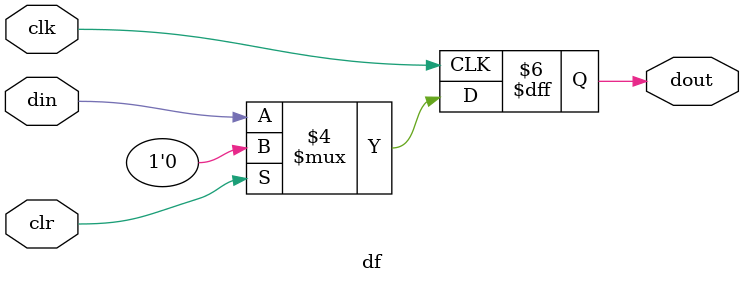
<source format=v>
`timescale 1ns / 1ps



module df(
input clk,clr,din,
output reg dout
    );
    always@(posedge clk)
    begin
    if(clr==1'b1)
    dout<=1'b0;
    else
    dout<=din;
    end
    endmodule
    


</source>
